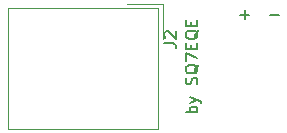
<source format=gbr>
%TF.GenerationSoftware,KiCad,Pcbnew,5.1.4-3.fc31*%
%TF.CreationDate,2019-11-22T15:17:55+01:00*%
%TF.ProjectId,screw-terminal-to-pcb-adapter,73637265-772d-4746-9572-6d696e616c2d,0.5*%
%TF.SameCoordinates,PX730f910PY310d5f8*%
%TF.FileFunction,Legend,Top*%
%TF.FilePolarity,Positive*%
%FSLAX46Y46*%
G04 Gerber Fmt 4.6, Leading zero omitted, Abs format (unit mm)*
G04 Created by KiCad (PCBNEW 5.1.4-3.fc31) date 2019-11-22 15:17:55*
%MOMM*%
%LPD*%
G04 APERTURE LIST*
%ADD10C,0.150000*%
%ADD11C,0.120000*%
%ADD12R,1.802000X1.802000*%
%ADD13O,1.802000X1.802000*%
%ADD14R,3.102000X3.102000*%
%ADD15C,3.102000*%
G04 APERTURE END LIST*
D10*
X16327380Y1834048D02*
X15327380Y1834048D01*
X15708333Y1834048D02*
X15660714Y1929286D01*
X15660714Y2119762D01*
X15708333Y2215000D01*
X15755952Y2262620D01*
X15851190Y2310239D01*
X16136904Y2310239D01*
X16232142Y2262620D01*
X16279761Y2215000D01*
X16327380Y2119762D01*
X16327380Y1929286D01*
X16279761Y1834048D01*
X15660714Y2643572D02*
X16327380Y2881667D01*
X15660714Y3119762D02*
X16327380Y2881667D01*
X16565476Y2786429D01*
X16613095Y2738810D01*
X16660714Y2643572D01*
X16279761Y4215000D02*
X16327380Y4357858D01*
X16327380Y4595953D01*
X16279761Y4691191D01*
X16232142Y4738810D01*
X16136904Y4786429D01*
X16041666Y4786429D01*
X15946428Y4738810D01*
X15898809Y4691191D01*
X15851190Y4595953D01*
X15803571Y4405477D01*
X15755952Y4310239D01*
X15708333Y4262620D01*
X15613095Y4215000D01*
X15517857Y4215000D01*
X15422619Y4262620D01*
X15375000Y4310239D01*
X15327380Y4405477D01*
X15327380Y4643572D01*
X15375000Y4786429D01*
X16422619Y5881667D02*
X16375000Y5786429D01*
X16279761Y5691191D01*
X16136904Y5548334D01*
X16089285Y5453096D01*
X16089285Y5357858D01*
X16327380Y5405477D02*
X16279761Y5310239D01*
X16184523Y5215000D01*
X15994047Y5167381D01*
X15660714Y5167381D01*
X15470238Y5215000D01*
X15375000Y5310239D01*
X15327380Y5405477D01*
X15327380Y5595953D01*
X15375000Y5691191D01*
X15470238Y5786429D01*
X15660714Y5834048D01*
X15994047Y5834048D01*
X16184523Y5786429D01*
X16279761Y5691191D01*
X16327380Y5595953D01*
X16327380Y5405477D01*
X15327380Y6167381D02*
X15327380Y6834048D01*
X16327380Y6405477D01*
X15803571Y7215000D02*
X15803571Y7548334D01*
X16327380Y7691191D02*
X16327380Y7215000D01*
X15327380Y7215000D01*
X15327380Y7691191D01*
X16422619Y8786429D02*
X16375000Y8691191D01*
X16279761Y8595953D01*
X16136904Y8453096D01*
X16089285Y8357858D01*
X16089285Y8262620D01*
X16327380Y8310239D02*
X16279761Y8215000D01*
X16184523Y8119762D01*
X15994047Y8072143D01*
X15660714Y8072143D01*
X15470238Y8119762D01*
X15375000Y8215000D01*
X15327380Y8310239D01*
X15327380Y8500715D01*
X15375000Y8595953D01*
X15470238Y8691191D01*
X15660714Y8738810D01*
X15994047Y8738810D01*
X16184523Y8691191D01*
X16279761Y8595953D01*
X16327380Y8500715D01*
X16327380Y8310239D01*
X15803571Y9167381D02*
X15803571Y9500715D01*
X16327380Y9643572D02*
X16327380Y9167381D01*
X15327380Y9167381D01*
X15327380Y9643572D01*
X22479047Y10088572D02*
X23240952Y10088572D01*
X19939047Y10088572D02*
X20700952Y10088572D01*
X20320000Y9707620D02*
X20320000Y10469524D01*
D11*
%TO.C,J2*%
X10370001Y11044999D02*
X13370001Y11044999D01*
X13370001Y11044999D02*
X13370001Y8044999D01*
X12990001Y10664999D02*
X12990001Y424999D01*
X12990001Y424999D02*
X250001Y424999D01*
X250001Y10664999D02*
X250001Y424999D01*
X12990001Y10664999D02*
X250001Y10664999D01*
X12990001Y10664999D02*
X12990001Y424999D01*
X12990001Y424999D02*
X250001Y424999D01*
X250001Y10664999D02*
X250001Y424999D01*
X12990001Y10664999D02*
X250001Y10664999D01*
D10*
X13522381Y7711666D02*
X14236667Y7711666D01*
X14379524Y7664047D01*
X14474762Y7568809D01*
X14522381Y7425952D01*
X14522381Y7330714D01*
X13617620Y8140238D02*
X13570001Y8187857D01*
X13522381Y8283095D01*
X13522381Y8521190D01*
X13570001Y8616428D01*
X13617620Y8664047D01*
X13712858Y8711666D01*
X13808096Y8711666D01*
X13950953Y8664047D01*
X14522381Y8092619D01*
X14522381Y8711666D01*
%TD*%
%LPC*%
D12*
%TO.C,J1*%
X20320000Y4445000D03*
D13*
X22860000Y4445000D03*
X20320000Y6985000D03*
X22860000Y6985000D03*
%TD*%
D14*
%TO.C,J2*%
X6870001Y8044999D03*
D15*
X6870001Y3044999D03*
%TD*%
M02*

</source>
